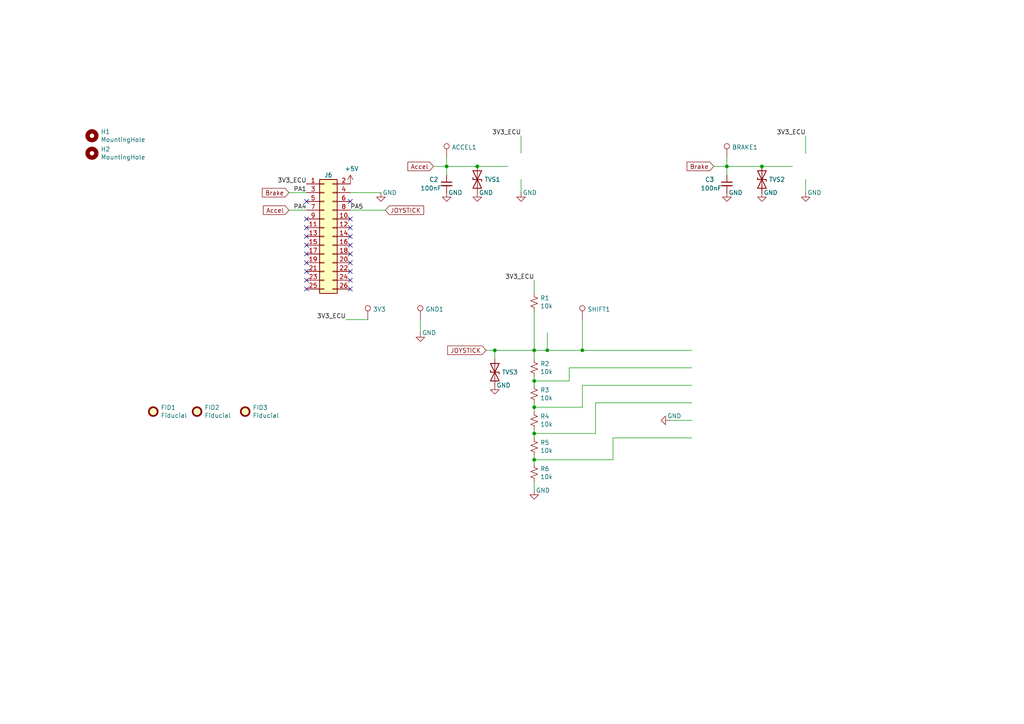
<source format=kicad_sch>
(kicad_sch (version 20231120) (generator "eeschema") (generator_version "8.0")
  (paper "A4")
  (title_block (title "Powertrain - RAMN: Resistant Automotive Miniature Network V1") (date "2021-02-22") (rev "A") (company "Copyright (c) 2021 TOYOTA MOTOR CORPORATION. ALL RIGHTS RESERVED.") (comment 3 "License: CC BY-SA 4.0") (comment 4 "https://github.com/toyotainfotech/ramn"))
  (lib_symbols
    (symbol "Connector:TestPoint" (pin_numbers hide) (pin_names (offset 0.762) hide)
      (property "Reference" "TP" (at 0 6.858 0))
      (property "Value" "TestPoint" (at 0 5.08 0))
      (symbol "TestPoint_0_1"
        (circle (center 0 3.302) (radius 0.762))
      )
      (symbol "TestPoint_1_1"
        (pin passive line (at 0 0 90) (length 2.54) (name "1") (number "1"))
      )
    )
    (symbol "Connector_Generic:Conn_02x13_Odd_Even" (pin_names (offset 1.016) hide)
      (property "Reference" "J" (at 1.27 17.78 0))
      (property "Value" "Conn_02x13_Odd_Even" (at 1.27 -17.78 0))
      (symbol "Conn_02x13_Odd_Even_1_1"
        (rectangle (start -1.27 -15.113) (end 0 -15.367) (stroke (width 0.1524)))
        (rectangle (start -1.27 -12.573) (end 0 -12.827) (stroke (width 0.1524)))
        (rectangle (start -1.27 -10.033) (end 0 -10.287) (stroke (width 0.1524)))
        (rectangle (start -1.27 -7.493) (end 0 -7.747) (stroke (width 0.1524)))
        (rectangle (start -1.27 -4.953) (end 0 -5.207) (stroke (width 0.1524)))
        (rectangle (start -1.27 -2.413) (end 0 -2.667) (stroke (width 0.1524)))
        (rectangle (start -1.27 0.127) (end 0 -0.127) (stroke (width 0.1524)))
        (rectangle (start -1.27 2.667) (end 0 2.413) (stroke (width 0.1524)))
        (rectangle (start -1.27 5.207) (end 0 4.953) (stroke (width 0.1524)))
        (rectangle (start -1.27 7.747) (end 0 7.493) (stroke (width 0.1524)))
        (rectangle (start -1.27 10.287) (end 0 10.033) (stroke (width 0.1524)))
        (rectangle (start -1.27 12.827) (end 0 12.573) (stroke (width 0.1524)))
        (rectangle (start -1.27 15.367) (end 0 15.113) (stroke (width 0.1524)))
        (rectangle (start -1.27 16.51) (end 3.81 -16.51) (stroke (width 0.254)) (fill (type background)))
        (rectangle (start 3.81 -15.113) (end 2.54 -15.367) (stroke (width 0.1524)))
        (rectangle (start 3.81 -12.573) (end 2.54 -12.827) (stroke (width 0.1524)))
        (rectangle (start 3.81 -10.033) (end 2.54 -10.287) (stroke (width 0.1524)))
        (rectangle (start 3.81 -7.493) (end 2.54 -7.747) (stroke (width 0.1524)))
        (rectangle (start 3.81 -4.953) (end 2.54 -5.207) (stroke (width 0.1524)))
        (rectangle (start 3.81 -2.413) (end 2.54 -2.667) (stroke (width 0.1524)))
        (rectangle (start 3.81 0.127) (end 2.54 -0.127) (stroke (width 0.1524)))
        (rectangle (start 3.81 2.667) (end 2.54 2.413) (stroke (width 0.1524)))
        (rectangle (start 3.81 5.207) (end 2.54 4.953) (stroke (width 0.1524)))
        (rectangle (start 3.81 7.747) (end 2.54 7.493) (stroke (width 0.1524)))
        (rectangle (start 3.81 10.287) (end 2.54 10.033) (stroke (width 0.1524)))
        (rectangle (start 3.81 12.827) (end 2.54 12.573) (stroke (width 0.1524)))
        (rectangle (start 3.81 15.367) (end 2.54 15.113) (stroke (width 0.1524)))
        (pin passive line (at -5.08 15.24 0) (length 3.81) (name "Pin_1") (number "1"))
        (pin passive line (at 7.62 5.08 180) (length 3.81) (name "Pin_10") (number "10"))
        (pin passive line (at -5.08 2.54 0) (length 3.81) (name "Pin_11") (number "11"))
        (pin passive line (at 7.62 2.54 180) (length 3.81) (name "Pin_12") (number "12"))
        (pin passive line (at -5.08 0 0) (length 3.81) (name "Pin_13") (number "13"))
        (pin passive line (at 7.62 0 180) (length 3.81) (name "Pin_14") (number "14"))
        (pin passive line (at -5.08 -2.54 0) (length 3.81) (name "Pin_15") (number "15"))
        (pin passive line (at 7.62 -2.54 180) (length 3.81) (name "Pin_16") (number "16"))
        (pin passive line (at -5.08 -5.08 0) (length 3.81) (name "Pin_17") (number "17"))
        (pin passive line (at 7.62 -5.08 180) (length 3.81) (name "Pin_18") (number "18"))
        (pin passive line (at -5.08 -7.62 0) (length 3.81) (name "Pin_19") (number "19"))
        (pin passive line (at 7.62 15.24 180) (length 3.81) (name "Pin_2") (number "2"))
        (pin passive line (at 7.62 -7.62 180) (length 3.81) (name "Pin_20") (number "20"))
        (pin passive line (at -5.08 -10.16 0) (length 3.81) (name "Pin_21") (number "21"))
        (pin passive line (at 7.62 -10.16 180) (length 3.81) (name "Pin_22") (number "22"))
        (pin passive line (at -5.08 -12.7 0) (length 3.81) (name "Pin_23") (number "23"))
        (pin passive line (at 7.62 -12.7 180) (length 3.81) (name "Pin_24") (number "24"))
        (pin passive line (at -5.08 -15.24 0) (length 3.81) (name "Pin_25") (number "25"))
        (pin passive line (at 7.62 -15.24 180) (length 3.81) (name "Pin_26") (number "26"))
        (pin passive line (at -5.08 12.7 0) (length 3.81) (name "Pin_3") (number "3"))
        (pin passive line (at 7.62 12.7 180) (length 3.81) (name "Pin_4") (number "4"))
        (pin passive line (at -5.08 10.16 0) (length 3.81) (name "Pin_5") (number "5"))
        (pin passive line (at 7.62 10.16 180) (length 3.81) (name "Pin_6") (number "6"))
        (pin passive line (at -5.08 7.62 0) (length 3.81) (name "Pin_7") (number "7"))
        (pin passive line (at 7.62 7.62 180) (length 3.81) (name "Pin_8") (number "8"))
        (pin passive line (at -5.08 5.08 0) (length 3.81) (name "Pin_9") (number "9"))
      )
    )
    (symbol "Device:C_Small" (pin_numbers hide) (pin_names (offset 0.254) hide)
      (property "Reference" "C" (at 0.254 1.778 0))
      (property "Value" "C_Small" (at 0.254 -2.032 0))
      (symbol "C_Small_0_1"
        (polyline (pts (xy -1.524 -0.508) (xy 1.524 -0.508)) (stroke (width 0.3302)))
        (polyline (pts (xy -1.524 0.508) (xy 1.524 0.508)) (stroke (width 0.3048)))
      )
      (symbol "C_Small_1_1"
        (pin passive line (at 0 2.54 270) (length 2.032) (name "~") (number "1"))
        (pin passive line (at 0 -2.54 90) (length 2.032) (name "~") (number "2"))
      )
    )
    (symbol "Device:D_TVS" (pin_numbers hide) (pin_names (offset 1.016) hide)
      (property "Reference" "D" (at 0 2.54 0))
      (property "Value" "D_TVS" (at 0 -2.54 0))
      (symbol "D_TVS_0_1"
        (polyline (pts (xy 1.27 0) (xy -1.27 0)))
        (polyline (pts (xy 0.508 1.27) (xy 0 1.27) (xy 0 -1.27) (xy -0.508 -1.27)) (stroke (width 0.254)))
        (polyline (pts (xy -2.54 1.27) (xy -2.54 -1.27) (xy 2.54 1.27) (xy 2.54 -1.27) (xy -2.54 1.27)) (stroke (width 0.254)))
      )
      (symbol "D_TVS_1_1"
        (pin passive line (at -3.81 0 0) (length 2.54) (name "A1") (number "1"))
        (pin passive line (at 3.81 0 180) (length 2.54) (name "A2") (number "2"))
      )
    )
    (symbol "Device:R_Small_US" (pin_numbers hide) (pin_names (offset 0.254) hide)
      (property "Reference" "R" (at 0.762 0.508 0))
      (property "Value" "R_Small_US" (at 0.762 -1.016 0))
      (symbol "R_Small_US_1_1"
        (polyline (pts (xy 0 0) (xy 1.016 -0.381) (xy 0 -0.762) (xy -1.016 -1.143) (xy 0 -1.524)))
        (polyline (pts (xy 0 1.524) (xy 1.016 1.143) (xy 0 0.762) (xy -1.016 0.381) (xy 0 0)))
        (pin passive line (at 0 2.54 270) (length 1.016) (name "~") (number "1"))
        (pin passive line (at 0 -2.54 90) (length 1.016) (name "~") (number "2"))
      )
    )
    (symbol "Mechanical:Fiducial" (exclude_from_sim yes) (in_bom no)
      (property "Reference" "FID" (at 0 5.08 0))
      (property "Value" "Fiducial" (at 0 3.175 0))
      (symbol "Fiducial_0_1"
        (circle (center 0 0) (radius 1.27) (stroke (width 0.508)) (fill (type background)))
      )
    )
    (symbol "Mechanical:MountingHole" (pin_names (offset 1.016)) (exclude_from_sim yes) (in_bom no)
      (property "Reference" "H" (at 0 5.08 0))
      (property "Value" "MountingHole" (at 0 3.175 0))
      (symbol "MountingHole_0_1"
        (circle (center 0 0) (radius 1.27) (stroke (width 1.27)))
      )
    )
    (symbol "power:+5V" (power) (pin_numbers hide) (pin_names (offset 0) hide)
      (property "Value" "+5V" (at 0 3.556 0))
      (symbol "+5V_0_1"
        (polyline (pts (xy -0.762 1.27) (xy 0 2.54)))
        (polyline (pts (xy 0 0) (xy 0 2.54)))
        (polyline (pts (xy 0 2.54) (xy 0.762 1.27)))
      )
      (symbol "+5V_1_1"
        (pin power_in line (at 0 0 90) (length 0) (name "~") (number "1"))
      )
    )
    (symbol "power:GND" (power) (pin_numbers hide) (pin_names (offset 0) hide)
      (property "Value" "GND" (at 0 -3.81 0))
      (symbol "GND_0_1"
        (polyline (pts (xy 0 0) (xy 0 -1.27) (xy 1.27 -1.27) (xy 0 -2.54) (xy -1.27 -1.27) (xy 0 -1.27)))
      )
      (symbol "GND_1_1"
        (pin power_in line (at 0 0 270) (length 0) (name "~") (number "1"))
      )
    )
  )
  (junction (at 138.43 48.26))
  (junction (at 158.75 101.6))
  (junction (at 154.94 101.6))
  (junction (at 154.94 125.73))
  (junction (at 220.98 48.26))
  (junction (at 154.94 118.11))
  (junction (at 168.91 101.6))
  (junction (at 129.54 48.26))
  (junction (at 154.94 133.35))
  (junction (at 154.94 110.49))
  (junction (at 210.82 48.26))
  (junction (at 143.51 101.6))
  (no_connect (at 88.9 71.12))
  (no_connect (at 101.6 68.58))
  (no_connect (at 88.9 81.28))
  (no_connect (at 101.6 63.5))
  (no_connect (at 88.9 58.42))
  (no_connect (at 101.6 76.2))
  (no_connect (at 101.6 66.04))
  (no_connect (at 88.9 66.04))
  (no_connect (at 101.6 58.42))
  (no_connect (at 88.9 68.58))
  (no_connect (at 88.9 63.5))
  (no_connect (at 88.9 83.82))
  (no_connect (at 101.6 71.12))
  (no_connect (at 101.6 78.74))
  (no_connect (at 101.6 81.28))
  (no_connect (at 88.9 73.66))
  (no_connect (at 88.9 78.74))
  (no_connect (at 101.6 83.82))
  (no_connect (at 88.9 76.2))
  (no_connect (at 101.6 73.66))
  (wire (pts (xy 154.94 127) (xy 154.94 125.73)))
  (wire (pts (xy 233.68 39.37) (xy 233.68 44.45)))
  (wire (pts (xy 100.33 92.71) (xy 106.68 92.71)))
  (wire (pts (xy 121.92 92.71) (xy 121.92 96.52)))
  (wire (pts (xy 83.82 60.96) (xy 88.9 60.96)))
  (wire (pts (xy 207.01 48.26) (xy 210.82 48.26)))
  (wire (pts (xy 220.98 48.26) (xy 229.87 48.26)))
  (wire (pts (xy 154.94 81.28) (xy 154.94 85.09)))
  (wire (pts (xy 200.66 116.84) (xy 172.72 116.84)))
  (wire (pts (xy 154.94 133.35) (xy 177.8 133.35)))
  (wire (pts (xy 158.75 101.6) (xy 154.94 101.6)))
  (wire (pts (xy 154.94 142.24) (xy 154.94 139.7)))
  (wire (pts (xy 129.54 48.26) (xy 138.43 48.26)))
  (wire (pts (xy 172.72 116.84) (xy 172.72 125.73)))
  (wire (pts (xy 210.82 45.72) (xy 210.82 48.26)))
  (wire (pts (xy 172.72 125.73) (xy 154.94 125.73)))
  (wire (pts (xy 177.8 127) (xy 200.66 127)))
  (wire (pts (xy 154.94 133.35) (xy 154.94 132.08)))
  (wire (pts (xy 154.94 125.73) (xy 154.94 124.46)))
  (wire (pts (xy 101.6 55.88) (xy 110.49 55.88)))
  (wire (pts (xy 147.32 48.26) (xy 138.43 48.26)))
  (wire (pts (xy 129.54 50.8) (xy 129.54 48.26)))
  (wire (pts (xy 101.6 60.96) (xy 111.76 60.96)))
  (wire (pts (xy 154.94 118.11) (xy 168.91 118.11)))
  (wire (pts (xy 140.97 101.6) (xy 143.51 101.6)))
  (wire (pts (xy 158.75 101.6) (xy 168.91 101.6)))
  (wire (pts (xy 154.94 101.6) (xy 154.94 104.14)))
  (wire (pts (xy 129.54 45.72) (xy 129.54 48.26)))
  (wire (pts (xy 154.94 101.6) (xy 154.94 90.17)))
  (wire (pts (xy 194.31 121.92) (xy 200.66 121.92)))
  (wire (pts (xy 158.75 96.52) (xy 158.75 101.6)))
  (wire (pts (xy 154.94 110.49) (xy 165.1 110.49)))
  (wire (pts (xy 125.73 48.26) (xy 129.54 48.26)))
  (wire (pts (xy 233.68 52.07) (xy 233.68 55.88)))
  (wire (pts (xy 177.8 133.35) (xy 177.8 127)))
  (wire (pts (xy 168.91 101.6) (xy 200.66 101.6)))
  (wire (pts (xy 168.91 118.11) (xy 168.91 111.76)))
  (wire (pts (xy 210.82 48.26) (xy 220.98 48.26)))
  (wire (pts (xy 151.13 39.37) (xy 151.13 44.45)))
  (wire (pts (xy 154.94 110.49) (xy 154.94 111.76)))
  (wire (pts (xy 88.9 55.88) (xy 83.82 55.88)))
  (wire (pts (xy 143.51 104.14) (xy 143.51 101.6)))
  (wire (pts (xy 210.82 50.8) (xy 210.82 48.26)))
  (wire (pts (xy 154.94 134.62) (xy 154.94 133.35)))
  (wire (pts (xy 168.91 111.76) (xy 200.66 111.76)))
  (wire (pts (xy 165.1 110.49) (xy 165.1 106.68)))
  (wire (pts (xy 154.94 118.11) (xy 154.94 116.84)))
  (wire (pts (xy 151.13 52.07) (xy 151.13 55.88)))
  (wire (pts (xy 154.94 119.38) (xy 154.94 118.11)))
  (wire (pts (xy 168.91 92.71) (xy 168.91 101.6)))
  (wire (pts (xy 165.1 106.68) (xy 200.66 106.68)))
  (wire (pts (xy 143.51 101.6) (xy 154.94 101.6)))
  (wire (pts (xy 154.94 109.22) (xy 154.94 110.49)))
  (label "PA5" (at 101.6 60.96 0))
  (label "3V3_ECU" (at 154.94 81.28 180))
  (label "3V3_ECU" (at 151.13 39.37 180))
  (label "3V3_ECU" (at 100.33 92.71 180))
  (label "3V3_ECU" (at 88.9 53.34 180))
  (label "3V3_ECU" (at 233.68 39.37 180))
  (label "PA1" (at 88.9 55.88 180))
  (label "PA4" (at 88.9 60.96 180))
  (global_label "Brake" (shape input) (at 83.82 55.88 180) (property "Intersheetrefs" "${INTERSHEET_REFS}" (effects (hide yes))))
  (global_label "JOYSTICK" (shape input) (at 140.97 101.6 180) (property "Intersheetrefs" "${INTERSHEET_REFS}" (effects (hide yes))))
  (global_label "Accel" (shape input) (at 125.73 48.26 180) (property "Intersheetrefs" "${INTERSHEET_REFS}" (effects (hide yes))))
  (global_label "Accel" (shape input) (at 83.82 60.96 180) (property "Intersheetrefs" "${INTERSHEET_REFS}" (effects (hide yes))))
  (global_label "JOYSTICK" (shape input) (at 111.76 60.96 0) (property "Intersheetrefs" "${INTERSHEET_REFS}" (effects (hide yes))))
  (global_label "Brake" (shape input) (at 207.01 48.26 180) (property "Intersheetrefs" "${INTERSHEET_REFS}" (effects (hide yes))))
  (symbol (lib_id "Device:R_POT_TRIM_US") (at 151.13 48.26 0) (mirror y) (unit 1)
    (property "Reference" "RV1" (at 152.8572 47.0916 0) (effects (justify right)))
    (property "Value" "R_POT_TRIM_US" (at 152.8572 49.403 0) (effects (justify right)))
    (property "Footprint" "custom:RS15111A900B" (effects (hide yes)))
  )
  (symbol (lib_id "power:GND") (at 151.13 55.88 0) (unit 1)
    (property "Reference" "#PWR0103" (effects (hide yes)))
    (property "Value" "GND" (at 153.67 55.88 0))
  )
  (symbol (lib_id "Device:R_POT_TRIM_US") (at 233.68 48.26 0) (mirror y) (unit 1)
    (property "Reference" "RV2" (at 235.4072 47.0916 0) (effects (justify right)))
    (property "Value" "R_POT_TRIM_US" (at 235.4072 49.403 0) (effects (justify right)))
    (property "Footprint" "custom:RS15111A900B" (effects (hide yes)))
  )
  (symbol (lib_id "power:GND") (at 233.68 55.88 0) (unit 1)
    (property "Reference" "#PWR0104" (effects (hide yes)))
    (property "Value" "GND" (at 236.22 55.88 0))
  )
  (symbol (lib_id "Device:R_Small_US") (at 154.94 87.63 0) (unit 1)
    (property "Reference" "R1" (at 156.6672 86.4616 0) (effects (justify left)))
    (property "Value" "10k" (at 156.6672 88.773 0) (effects (justify left)))
    (property "Footprint" "Resistor_SMD:R_0603_1608Metric" (effects (hide yes)))
  )
  (symbol (lib_id "Connector:TestPoint") (at 168.91 92.71 0) (unit 1)
    (property "Reference" "SHIFT1" (at 170.3832 89.7128 0) (effects (justify left)))
    (property "Value" "TestPoint" (effects (hide yes)))
    (property "Footprint" "Global_Library:KEYSTONE_5002" (effects (hide yes)))
  )
  (symbol (lib_id "Connector:TestPoint") (at 121.92 92.71 0) (unit 1)
    (property "Reference" "GND1" (at 123.3932 89.7128 0) (effects (justify left)))
    (property "Value" "TestPoint" (effects (hide yes)))
    (property "Footprint" "Global_Library:KEYSTONE_5002" (effects (hide yes)))
  )
  (symbol (lib_id "Connector:TestPoint") (at 106.68 92.71 0) (unit 1)
    (property "Reference" "3V3" (at 108.1532 89.7128 0) (effects (justify left)))
    (property "Value" "TestPoint" (effects (hide yes)))
    (property "Footprint" "Global_Library:KEYSTONE_5002" (effects (hide yes)))
  )
  (symbol (lib_id "power:GND") (at 121.92 96.52 0) (unit 1)
    (property "Reference" "#PWR0110" (effects (hide yes)))
    (property "Value" "GND" (at 124.46 96.52 0))
  )
  (symbol (lib_id "Connector:TestPoint") (at 129.54 45.72 0) (unit 1)
    (property "Reference" "ACCEL1" (at 131.0132 42.7228 0) (effects (justify left)))
    (property "Value" "TestPoint" (effects (hide yes)))
    (property "Footprint" "Global_Library:KEYSTONE_5002" (effects (hide yes)))
  )
  (symbol (lib_id "Connector:TestPoint") (at 210.82 45.72 0) (unit 1)
    (property "Reference" "BRAKE1" (at 212.2932 42.7228 0) (effects (justify left)))
    (property "Value" "TestPoint" (effects (hide yes)))
    (property "Footprint" "Global_Library:KEYSTONE_5002" (effects (hide yes)))
  )
  (symbol (lib_id "Device:R_Small_US") (at 154.94 106.68 0) (unit 1)
    (property "Reference" "R2" (at 156.6672 105.5116 0) (effects (justify left)))
    (property "Value" "10k" (at 156.6672 107.823 0) (effects (justify left)))
    (property "Footprint" "Resistor_SMD:R_0603_1608Metric" (effects (hide yes)))
  )
  (symbol (lib_id "Device:R_Small_US") (at 154.94 114.3 0) (unit 1)
    (property "Reference" "R3" (at 156.6672 113.1316 0) (effects (justify left)))
    (property "Value" "10k" (at 156.6672 115.443 0) (effects (justify left)))
    (property "Footprint" "Resistor_SMD:R_0603_1608Metric" (effects (hide yes)))
  )
  (symbol (lib_id "Device:R_Small_US") (at 154.94 121.92 0) (unit 1)
    (property "Reference" "R4" (at 156.6672 120.7516 0) (effects (justify left)))
    (property "Value" "10k" (at 156.6672 123.063 0) (effects (justify left)))
    (property "Footprint" "Resistor_SMD:R_0603_1608Metric" (effects (hide yes)))
  )
  (symbol (lib_id "Device:R_Small_US") (at 154.94 129.54 0) (unit 1)
    (property "Reference" "R5" (at 156.6672 128.3716 0) (effects (justify left)))
    (property "Value" "10k" (at 156.6672 130.683 0) (effects (justify left)))
    (property "Footprint" "Resistor_SMD:R_0603_1608Metric" (effects (hide yes)))
  )
  (symbol (lib_id "Device:R_Small_US") (at 154.94 137.16 0) (unit 1)
    (property "Reference" "R6" (at 156.6672 135.9916 0) (effects (justify left)))
    (property "Value" "10k" (at 156.6672 138.303 0) (effects (justify left)))
    (property "Footprint" "Resistor_SMD:R_0603_1608Metric" (effects (hide yes)))
  )
  (symbol (lib_id "power:GND") (at 154.94 142.24 0) (unit 1)
    (property "Reference" "#PWR0105" (effects (hide yes)))
    (property "Value" "GND" (at 157.48 142.24 0))
  )
  (symbol (lib_id "power:GND") (at 194.31 121.92 270) (unit 1)
    (property "Reference" "#PWR0106" (effects (hide yes)))
    (property "Value" "GND" (at 195.58 120.65 90))
  )
  (symbol (lib_id "Mechanical:MountingHole") (at 26.67 39.37 0) (unit 1)
    (property "Reference" "H1" (at 29.21 38.2016 0) (effects (justify left)))
    (property "Value" "MountingHole" (at 29.21 40.513 0) (effects (justify left)))
    (property "Footprint" "MountingHole:MountingHole_3.2mm_M3_ISO7380" (effects (hide yes)))
  )
  (symbol (lib_id "Mechanical:MountingHole") (at 26.67 44.45 0) (unit 1)
    (property "Reference" "H2" (at 29.21 43.2816 0) (effects (justify left)))
    (property "Value" "MountingHole" (at 29.21 45.593 0) (effects (justify left)))
    (property "Footprint" "MountingHole:MountingHole_3.2mm_M3_ISO7380" (effects (hide yes)))
  )
  (symbol (lib_id "Connector_Generic:Conn_02x13_Odd_Even") (at 93.98 68.58 0) (unit 1)
    (property "Reference" "J6" (at 95.25 50.8 0))
    (property "Value" " " (at 95.25 55.2196 0))
    (property "Footprint" "Connector_PinSocket_2.54mm:PinSocket_2x13_P2.54mm_Vertical" (effects (hide yes)))
  )
  (symbol (lib_id "power:GND") (at 110.49 55.88 0) (unit 1)
    (property "Reference" "#PWR0101" (effects (hide yes)))
    (property "Value" "GND" (at 113.03 55.88 0))
  )
  (symbol (lib_id "power:+5V") (at 101.6 53.34 0) (unit 1)
    (property "Reference" "#PWR0102" (effects (hide yes)))
    (property "Value" "+5V" (at 101.981 48.9458 0))
  )
  (symbol (lib_id "Device:C_Small") (at 129.54 53.34 0) (unit 1)
    (property "Reference" "C2" (at 124.46 52.07 0) (effects (justify left)))
    (property "Value" "100nF" (at 121.92 54.61 0) (effects (justify left)))
    (property "Footprint" "Capacitor_SMD:C_0603_1608Metric" (effects (hide yes)))
  )
  (symbol (lib_id "power:GND") (at 129.54 55.88 0) (unit 1)
    (property "Reference" "#PWR0107" (effects (hide yes)))
    (property "Value" "GND" (at 132.08 55.88 0))
  )
  (symbol (lib_id "Device:C_Small") (at 210.82 53.34 0) (unit 1)
    (property "Reference" "C3" (at 204.47 52.07 0) (effects (justify left)))
    (property "Value" "100nF" (at 203.2 54.61 0) (effects (justify left)))
    (property "Footprint" "Capacitor_SMD:C_0603_1608Metric" (effects (hide yes)))
  )
  (symbol (lib_id "power:GND") (at 210.82 55.88 0) (unit 1)
    (property "Reference" "#PWR0108" (effects (hide yes)))
    (property "Value" "GND" (at 213.36 55.88 0))
  )
  (symbol (lib_id "custom:SKRHADE010") (at 220.98 106.68 0) (unit 1)
    (property "Reference" "SW1" (effects (hide yes)))
    (property "Value" "SKRHADE010" (effects (hide yes)))
    (property "Footprint" "SKRHADE010" (effects (hide yes)))
  )
  (symbol (lib_id "Device:D_TVS") (at 138.43 52.07 270) (unit 1)
    (property "Reference" "TVS1" (at 140.462 52.07 90) (effects (justify left)))
    (property "Value" "D_TVS" (effects (hide yes)))
    (property "Footprint" "Diode_SMD:D_SOD-123F" (effects (hide yes)))
  )
  (symbol (lib_id "power:GND") (at 138.43 55.88 0) (unit 1)
    (property "Reference" "#PWR0109" (effects (hide yes)))
    (property "Value" "GND" (at 140.97 55.88 0))
  )
  (symbol (lib_id "power:GND") (at 220.98 55.88 0) (unit 1)
    (property "Reference" "#PWR0111" (effects (hide yes)))
    (property "Value" "GND" (at 223.52 55.88 0))
  )
  (symbol (lib_id "power:GND") (at 143.51 111.76 0) (unit 1)
    (property "Reference" "#PWR0112" (effects (hide yes)))
    (property "Value" "GND" (at 146.05 111.76 0))
  )
  (symbol (lib_id "Device:D_TVS") (at 220.98 52.07 270) (unit 1)
    (property "Reference" "TVS2" (at 223.012 52.07 90) (effects (justify left)))
    (property "Value" "D_TVS" (effects (hide yes)))
    (property "Footprint" "Diode_SMD:D_SOD-123F" (effects (hide yes)))
  )
  (symbol (lib_id "Device:D_TVS") (at 143.51 107.95 270) (unit 1)
    (property "Reference" "TVS3" (at 145.542 107.95 90) (effects (justify left)))
    (property "Value" "D_TVS" (effects (hide yes)))
    (property "Footprint" "Diode_SMD:D_SOD-123F" (effects (hide yes)))
  )
  (symbol (lib_id "Mechanical:Fiducial") (at 44.45 119.38 0) (unit 1)
    (property "Reference" "FID1" (at 46.609 118.2116 0) (effects (justify left)))
    (property "Value" "Fiducial" (at 46.609 120.523 0) (effects (justify left)))
    (property "Footprint" "Fiducial:Fiducial_1mm_Mask2mm" (effects (hide yes)))
  )
  (symbol (lib_id "Mechanical:Fiducial") (at 57.15 119.38 0) (unit 1)
    (property "Reference" "FID2" (at 59.309 118.2116 0) (effects (justify left)))
    (property "Value" "Fiducial" (at 59.309 120.523 0) (effects (justify left)))
    (property "Footprint" "Fiducial:Fiducial_1mm_Mask2mm" (effects (hide yes)))
  )
  (symbol (lib_id "Mechanical:Fiducial") (at 71.12 119.38 0) (unit 1)
    (property "Reference" "FID3" (at 73.279 118.2116 0) (effects (justify left)))
    (property "Value" "Fiducial" (at 73.279 120.523 0) (effects (justify left)))
    (property "Footprint" "Fiducial:Fiducial_1mm_Mask2mm" (effects (hide yes)))
  )
)
</source>
